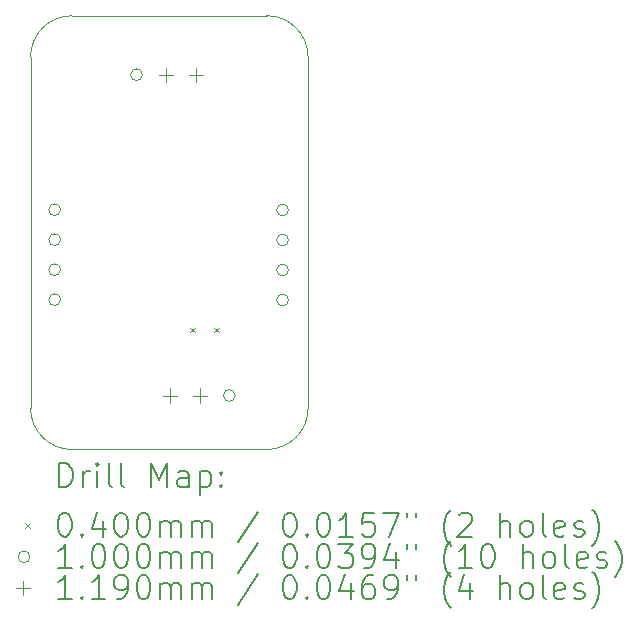
<source format=gbr>
%TF.GenerationSoftware,KiCad,Pcbnew,7.0.1*%
%TF.CreationDate,2025-03-09T11:47:40-05:00*%
%TF.ProjectId,Single Mosfet Board V2,53696e67-6c65-4204-9d6f-736665742042,rev?*%
%TF.SameCoordinates,Original*%
%TF.FileFunction,Drillmap*%
%TF.FilePolarity,Positive*%
%FSLAX45Y45*%
G04 Gerber Fmt 4.5, Leading zero omitted, Abs format (unit mm)*
G04 Created by KiCad (PCBNEW 7.0.1) date 2025-03-09 11:47:40*
%MOMM*%
%LPD*%
G01*
G04 APERTURE LIST*
%ADD10C,0.100000*%
%ADD11C,0.200000*%
%ADD12C,0.040000*%
%ADD13C,0.119000*%
G04 APERTURE END LIST*
D10*
X13100000Y-6127000D02*
G75*
G03*
X12750000Y-6477000I0J-350000D01*
G01*
X15100000Y-6477000D02*
G75*
G03*
X14750000Y-6127000I-350000J0D01*
G01*
X13100000Y-9800000D02*
X14750000Y-9800000D01*
X14750000Y-6127000D02*
X13100000Y-6127000D01*
X12750000Y-9450000D02*
G75*
G03*
X13100000Y-9800000I350000J0D01*
G01*
X14750000Y-9800000D02*
G75*
G03*
X15100000Y-9450000I0J350000D01*
G01*
X15100000Y-9450000D02*
X15100000Y-6477000D01*
X12750000Y-6477000D02*
X12750000Y-9450000D01*
D11*
D12*
X14102400Y-8768400D02*
X14142400Y-8808400D01*
X14142400Y-8768400D02*
X14102400Y-8808400D01*
X14305600Y-8768400D02*
X14345600Y-8808400D01*
X14345600Y-8768400D02*
X14305600Y-8808400D01*
D10*
X13004000Y-7770000D02*
G75*
G03*
X13004000Y-7770000I-50000J0D01*
G01*
X13004000Y-8024000D02*
G75*
G03*
X13004000Y-8024000I-50000J0D01*
G01*
X13004000Y-8278000D02*
G75*
G03*
X13004000Y-8278000I-50000J0D01*
G01*
X13004000Y-8532000D02*
G75*
G03*
X13004000Y-8532000I-50000J0D01*
G01*
X13697800Y-6627000D02*
G75*
G03*
X13697800Y-6627000I-50000J0D01*
G01*
X14483000Y-9343000D02*
G75*
G03*
X14483000Y-9343000I-50000J0D01*
G01*
X14934400Y-7771400D02*
G75*
G03*
X14934400Y-7771400I-50000J0D01*
G01*
X14934400Y-8025400D02*
G75*
G03*
X14934400Y-8025400I-50000J0D01*
G01*
X14934400Y-8279400D02*
G75*
G03*
X14934400Y-8279400I-50000J0D01*
G01*
X14934400Y-8533400D02*
G75*
G03*
X14934400Y-8533400I-50000J0D01*
G01*
D13*
X13893800Y-6567500D02*
X13893800Y-6686500D01*
X13834300Y-6627000D02*
X13953300Y-6627000D01*
X13933000Y-9283500D02*
X13933000Y-9402500D01*
X13873500Y-9343000D02*
X13992500Y-9343000D01*
X14147800Y-6567500D02*
X14147800Y-6686500D01*
X14088300Y-6627000D02*
X14207300Y-6627000D01*
X14187000Y-9283500D02*
X14187000Y-9402500D01*
X14127500Y-9343000D02*
X14246500Y-9343000D01*
D11*
X12992619Y-10117524D02*
X12992619Y-9917524D01*
X12992619Y-9917524D02*
X13040238Y-9917524D01*
X13040238Y-9917524D02*
X13068809Y-9927048D01*
X13068809Y-9927048D02*
X13087857Y-9946095D01*
X13087857Y-9946095D02*
X13097381Y-9965143D01*
X13097381Y-9965143D02*
X13106905Y-10003238D01*
X13106905Y-10003238D02*
X13106905Y-10031810D01*
X13106905Y-10031810D02*
X13097381Y-10069905D01*
X13097381Y-10069905D02*
X13087857Y-10088952D01*
X13087857Y-10088952D02*
X13068809Y-10108000D01*
X13068809Y-10108000D02*
X13040238Y-10117524D01*
X13040238Y-10117524D02*
X12992619Y-10117524D01*
X13192619Y-10117524D02*
X13192619Y-9984190D01*
X13192619Y-10022286D02*
X13202143Y-10003238D01*
X13202143Y-10003238D02*
X13211667Y-9993714D01*
X13211667Y-9993714D02*
X13230714Y-9984190D01*
X13230714Y-9984190D02*
X13249762Y-9984190D01*
X13316428Y-10117524D02*
X13316428Y-9984190D01*
X13316428Y-9917524D02*
X13306905Y-9927048D01*
X13306905Y-9927048D02*
X13316428Y-9936571D01*
X13316428Y-9936571D02*
X13325952Y-9927048D01*
X13325952Y-9927048D02*
X13316428Y-9917524D01*
X13316428Y-9917524D02*
X13316428Y-9936571D01*
X13440238Y-10117524D02*
X13421190Y-10108000D01*
X13421190Y-10108000D02*
X13411667Y-10088952D01*
X13411667Y-10088952D02*
X13411667Y-9917524D01*
X13545000Y-10117524D02*
X13525952Y-10108000D01*
X13525952Y-10108000D02*
X13516428Y-10088952D01*
X13516428Y-10088952D02*
X13516428Y-9917524D01*
X13773571Y-10117524D02*
X13773571Y-9917524D01*
X13773571Y-9917524D02*
X13840238Y-10060381D01*
X13840238Y-10060381D02*
X13906905Y-9917524D01*
X13906905Y-9917524D02*
X13906905Y-10117524D01*
X14087857Y-10117524D02*
X14087857Y-10012762D01*
X14087857Y-10012762D02*
X14078333Y-9993714D01*
X14078333Y-9993714D02*
X14059286Y-9984190D01*
X14059286Y-9984190D02*
X14021190Y-9984190D01*
X14021190Y-9984190D02*
X14002143Y-9993714D01*
X14087857Y-10108000D02*
X14068809Y-10117524D01*
X14068809Y-10117524D02*
X14021190Y-10117524D01*
X14021190Y-10117524D02*
X14002143Y-10108000D01*
X14002143Y-10108000D02*
X13992619Y-10088952D01*
X13992619Y-10088952D02*
X13992619Y-10069905D01*
X13992619Y-10069905D02*
X14002143Y-10050857D01*
X14002143Y-10050857D02*
X14021190Y-10041333D01*
X14021190Y-10041333D02*
X14068809Y-10041333D01*
X14068809Y-10041333D02*
X14087857Y-10031810D01*
X14183095Y-9984190D02*
X14183095Y-10184190D01*
X14183095Y-9993714D02*
X14202143Y-9984190D01*
X14202143Y-9984190D02*
X14240238Y-9984190D01*
X14240238Y-9984190D02*
X14259286Y-9993714D01*
X14259286Y-9993714D02*
X14268809Y-10003238D01*
X14268809Y-10003238D02*
X14278333Y-10022286D01*
X14278333Y-10022286D02*
X14278333Y-10079429D01*
X14278333Y-10079429D02*
X14268809Y-10098476D01*
X14268809Y-10098476D02*
X14259286Y-10108000D01*
X14259286Y-10108000D02*
X14240238Y-10117524D01*
X14240238Y-10117524D02*
X14202143Y-10117524D01*
X14202143Y-10117524D02*
X14183095Y-10108000D01*
X14364048Y-10098476D02*
X14373571Y-10108000D01*
X14373571Y-10108000D02*
X14364048Y-10117524D01*
X14364048Y-10117524D02*
X14354524Y-10108000D01*
X14354524Y-10108000D02*
X14364048Y-10098476D01*
X14364048Y-10098476D02*
X14364048Y-10117524D01*
X14364048Y-9993714D02*
X14373571Y-10003238D01*
X14373571Y-10003238D02*
X14364048Y-10012762D01*
X14364048Y-10012762D02*
X14354524Y-10003238D01*
X14354524Y-10003238D02*
X14364048Y-9993714D01*
X14364048Y-9993714D02*
X14364048Y-10012762D01*
D12*
X12705000Y-10425000D02*
X12745000Y-10465000D01*
X12745000Y-10425000D02*
X12705000Y-10465000D01*
D11*
X13030714Y-10337524D02*
X13049762Y-10337524D01*
X13049762Y-10337524D02*
X13068809Y-10347048D01*
X13068809Y-10347048D02*
X13078333Y-10356571D01*
X13078333Y-10356571D02*
X13087857Y-10375619D01*
X13087857Y-10375619D02*
X13097381Y-10413714D01*
X13097381Y-10413714D02*
X13097381Y-10461333D01*
X13097381Y-10461333D02*
X13087857Y-10499429D01*
X13087857Y-10499429D02*
X13078333Y-10518476D01*
X13078333Y-10518476D02*
X13068809Y-10528000D01*
X13068809Y-10528000D02*
X13049762Y-10537524D01*
X13049762Y-10537524D02*
X13030714Y-10537524D01*
X13030714Y-10537524D02*
X13011667Y-10528000D01*
X13011667Y-10528000D02*
X13002143Y-10518476D01*
X13002143Y-10518476D02*
X12992619Y-10499429D01*
X12992619Y-10499429D02*
X12983095Y-10461333D01*
X12983095Y-10461333D02*
X12983095Y-10413714D01*
X12983095Y-10413714D02*
X12992619Y-10375619D01*
X12992619Y-10375619D02*
X13002143Y-10356571D01*
X13002143Y-10356571D02*
X13011667Y-10347048D01*
X13011667Y-10347048D02*
X13030714Y-10337524D01*
X13183095Y-10518476D02*
X13192619Y-10528000D01*
X13192619Y-10528000D02*
X13183095Y-10537524D01*
X13183095Y-10537524D02*
X13173571Y-10528000D01*
X13173571Y-10528000D02*
X13183095Y-10518476D01*
X13183095Y-10518476D02*
X13183095Y-10537524D01*
X13364048Y-10404190D02*
X13364048Y-10537524D01*
X13316428Y-10328000D02*
X13268809Y-10470857D01*
X13268809Y-10470857D02*
X13392619Y-10470857D01*
X13506905Y-10337524D02*
X13525952Y-10337524D01*
X13525952Y-10337524D02*
X13545000Y-10347048D01*
X13545000Y-10347048D02*
X13554524Y-10356571D01*
X13554524Y-10356571D02*
X13564048Y-10375619D01*
X13564048Y-10375619D02*
X13573571Y-10413714D01*
X13573571Y-10413714D02*
X13573571Y-10461333D01*
X13573571Y-10461333D02*
X13564048Y-10499429D01*
X13564048Y-10499429D02*
X13554524Y-10518476D01*
X13554524Y-10518476D02*
X13545000Y-10528000D01*
X13545000Y-10528000D02*
X13525952Y-10537524D01*
X13525952Y-10537524D02*
X13506905Y-10537524D01*
X13506905Y-10537524D02*
X13487857Y-10528000D01*
X13487857Y-10528000D02*
X13478333Y-10518476D01*
X13478333Y-10518476D02*
X13468809Y-10499429D01*
X13468809Y-10499429D02*
X13459286Y-10461333D01*
X13459286Y-10461333D02*
X13459286Y-10413714D01*
X13459286Y-10413714D02*
X13468809Y-10375619D01*
X13468809Y-10375619D02*
X13478333Y-10356571D01*
X13478333Y-10356571D02*
X13487857Y-10347048D01*
X13487857Y-10347048D02*
X13506905Y-10337524D01*
X13697381Y-10337524D02*
X13716429Y-10337524D01*
X13716429Y-10337524D02*
X13735476Y-10347048D01*
X13735476Y-10347048D02*
X13745000Y-10356571D01*
X13745000Y-10356571D02*
X13754524Y-10375619D01*
X13754524Y-10375619D02*
X13764048Y-10413714D01*
X13764048Y-10413714D02*
X13764048Y-10461333D01*
X13764048Y-10461333D02*
X13754524Y-10499429D01*
X13754524Y-10499429D02*
X13745000Y-10518476D01*
X13745000Y-10518476D02*
X13735476Y-10528000D01*
X13735476Y-10528000D02*
X13716429Y-10537524D01*
X13716429Y-10537524D02*
X13697381Y-10537524D01*
X13697381Y-10537524D02*
X13678333Y-10528000D01*
X13678333Y-10528000D02*
X13668809Y-10518476D01*
X13668809Y-10518476D02*
X13659286Y-10499429D01*
X13659286Y-10499429D02*
X13649762Y-10461333D01*
X13649762Y-10461333D02*
X13649762Y-10413714D01*
X13649762Y-10413714D02*
X13659286Y-10375619D01*
X13659286Y-10375619D02*
X13668809Y-10356571D01*
X13668809Y-10356571D02*
X13678333Y-10347048D01*
X13678333Y-10347048D02*
X13697381Y-10337524D01*
X13849762Y-10537524D02*
X13849762Y-10404190D01*
X13849762Y-10423238D02*
X13859286Y-10413714D01*
X13859286Y-10413714D02*
X13878333Y-10404190D01*
X13878333Y-10404190D02*
X13906905Y-10404190D01*
X13906905Y-10404190D02*
X13925952Y-10413714D01*
X13925952Y-10413714D02*
X13935476Y-10432762D01*
X13935476Y-10432762D02*
X13935476Y-10537524D01*
X13935476Y-10432762D02*
X13945000Y-10413714D01*
X13945000Y-10413714D02*
X13964048Y-10404190D01*
X13964048Y-10404190D02*
X13992619Y-10404190D01*
X13992619Y-10404190D02*
X14011667Y-10413714D01*
X14011667Y-10413714D02*
X14021190Y-10432762D01*
X14021190Y-10432762D02*
X14021190Y-10537524D01*
X14116429Y-10537524D02*
X14116429Y-10404190D01*
X14116429Y-10423238D02*
X14125952Y-10413714D01*
X14125952Y-10413714D02*
X14145000Y-10404190D01*
X14145000Y-10404190D02*
X14173571Y-10404190D01*
X14173571Y-10404190D02*
X14192619Y-10413714D01*
X14192619Y-10413714D02*
X14202143Y-10432762D01*
X14202143Y-10432762D02*
X14202143Y-10537524D01*
X14202143Y-10432762D02*
X14211667Y-10413714D01*
X14211667Y-10413714D02*
X14230714Y-10404190D01*
X14230714Y-10404190D02*
X14259286Y-10404190D01*
X14259286Y-10404190D02*
X14278333Y-10413714D01*
X14278333Y-10413714D02*
X14287857Y-10432762D01*
X14287857Y-10432762D02*
X14287857Y-10537524D01*
X14678333Y-10328000D02*
X14506905Y-10585143D01*
X14935476Y-10337524D02*
X14954524Y-10337524D01*
X14954524Y-10337524D02*
X14973572Y-10347048D01*
X14973572Y-10347048D02*
X14983095Y-10356571D01*
X14983095Y-10356571D02*
X14992619Y-10375619D01*
X14992619Y-10375619D02*
X15002143Y-10413714D01*
X15002143Y-10413714D02*
X15002143Y-10461333D01*
X15002143Y-10461333D02*
X14992619Y-10499429D01*
X14992619Y-10499429D02*
X14983095Y-10518476D01*
X14983095Y-10518476D02*
X14973572Y-10528000D01*
X14973572Y-10528000D02*
X14954524Y-10537524D01*
X14954524Y-10537524D02*
X14935476Y-10537524D01*
X14935476Y-10537524D02*
X14916429Y-10528000D01*
X14916429Y-10528000D02*
X14906905Y-10518476D01*
X14906905Y-10518476D02*
X14897381Y-10499429D01*
X14897381Y-10499429D02*
X14887857Y-10461333D01*
X14887857Y-10461333D02*
X14887857Y-10413714D01*
X14887857Y-10413714D02*
X14897381Y-10375619D01*
X14897381Y-10375619D02*
X14906905Y-10356571D01*
X14906905Y-10356571D02*
X14916429Y-10347048D01*
X14916429Y-10347048D02*
X14935476Y-10337524D01*
X15087857Y-10518476D02*
X15097381Y-10528000D01*
X15097381Y-10528000D02*
X15087857Y-10537524D01*
X15087857Y-10537524D02*
X15078333Y-10528000D01*
X15078333Y-10528000D02*
X15087857Y-10518476D01*
X15087857Y-10518476D02*
X15087857Y-10537524D01*
X15221191Y-10337524D02*
X15240238Y-10337524D01*
X15240238Y-10337524D02*
X15259286Y-10347048D01*
X15259286Y-10347048D02*
X15268810Y-10356571D01*
X15268810Y-10356571D02*
X15278333Y-10375619D01*
X15278333Y-10375619D02*
X15287857Y-10413714D01*
X15287857Y-10413714D02*
X15287857Y-10461333D01*
X15287857Y-10461333D02*
X15278333Y-10499429D01*
X15278333Y-10499429D02*
X15268810Y-10518476D01*
X15268810Y-10518476D02*
X15259286Y-10528000D01*
X15259286Y-10528000D02*
X15240238Y-10537524D01*
X15240238Y-10537524D02*
X15221191Y-10537524D01*
X15221191Y-10537524D02*
X15202143Y-10528000D01*
X15202143Y-10528000D02*
X15192619Y-10518476D01*
X15192619Y-10518476D02*
X15183095Y-10499429D01*
X15183095Y-10499429D02*
X15173572Y-10461333D01*
X15173572Y-10461333D02*
X15173572Y-10413714D01*
X15173572Y-10413714D02*
X15183095Y-10375619D01*
X15183095Y-10375619D02*
X15192619Y-10356571D01*
X15192619Y-10356571D02*
X15202143Y-10347048D01*
X15202143Y-10347048D02*
X15221191Y-10337524D01*
X15478333Y-10537524D02*
X15364048Y-10537524D01*
X15421191Y-10537524D02*
X15421191Y-10337524D01*
X15421191Y-10337524D02*
X15402143Y-10366095D01*
X15402143Y-10366095D02*
X15383095Y-10385143D01*
X15383095Y-10385143D02*
X15364048Y-10394667D01*
X15659286Y-10337524D02*
X15564048Y-10337524D01*
X15564048Y-10337524D02*
X15554524Y-10432762D01*
X15554524Y-10432762D02*
X15564048Y-10423238D01*
X15564048Y-10423238D02*
X15583095Y-10413714D01*
X15583095Y-10413714D02*
X15630714Y-10413714D01*
X15630714Y-10413714D02*
X15649762Y-10423238D01*
X15649762Y-10423238D02*
X15659286Y-10432762D01*
X15659286Y-10432762D02*
X15668810Y-10451810D01*
X15668810Y-10451810D02*
X15668810Y-10499429D01*
X15668810Y-10499429D02*
X15659286Y-10518476D01*
X15659286Y-10518476D02*
X15649762Y-10528000D01*
X15649762Y-10528000D02*
X15630714Y-10537524D01*
X15630714Y-10537524D02*
X15583095Y-10537524D01*
X15583095Y-10537524D02*
X15564048Y-10528000D01*
X15564048Y-10528000D02*
X15554524Y-10518476D01*
X15735476Y-10337524D02*
X15868810Y-10337524D01*
X15868810Y-10337524D02*
X15783095Y-10537524D01*
X15935476Y-10337524D02*
X15935476Y-10375619D01*
X16011667Y-10337524D02*
X16011667Y-10375619D01*
X16306905Y-10613714D02*
X16297381Y-10604190D01*
X16297381Y-10604190D02*
X16278334Y-10575619D01*
X16278334Y-10575619D02*
X16268810Y-10556571D01*
X16268810Y-10556571D02*
X16259286Y-10528000D01*
X16259286Y-10528000D02*
X16249762Y-10480381D01*
X16249762Y-10480381D02*
X16249762Y-10442286D01*
X16249762Y-10442286D02*
X16259286Y-10394667D01*
X16259286Y-10394667D02*
X16268810Y-10366095D01*
X16268810Y-10366095D02*
X16278334Y-10347048D01*
X16278334Y-10347048D02*
X16297381Y-10318476D01*
X16297381Y-10318476D02*
X16306905Y-10308952D01*
X16373572Y-10356571D02*
X16383095Y-10347048D01*
X16383095Y-10347048D02*
X16402143Y-10337524D01*
X16402143Y-10337524D02*
X16449762Y-10337524D01*
X16449762Y-10337524D02*
X16468810Y-10347048D01*
X16468810Y-10347048D02*
X16478334Y-10356571D01*
X16478334Y-10356571D02*
X16487857Y-10375619D01*
X16487857Y-10375619D02*
X16487857Y-10394667D01*
X16487857Y-10394667D02*
X16478334Y-10423238D01*
X16478334Y-10423238D02*
X16364048Y-10537524D01*
X16364048Y-10537524D02*
X16487857Y-10537524D01*
X16725953Y-10537524D02*
X16725953Y-10337524D01*
X16811667Y-10537524D02*
X16811667Y-10432762D01*
X16811667Y-10432762D02*
X16802143Y-10413714D01*
X16802143Y-10413714D02*
X16783096Y-10404190D01*
X16783096Y-10404190D02*
X16754524Y-10404190D01*
X16754524Y-10404190D02*
X16735476Y-10413714D01*
X16735476Y-10413714D02*
X16725953Y-10423238D01*
X16935477Y-10537524D02*
X16916429Y-10528000D01*
X16916429Y-10528000D02*
X16906905Y-10518476D01*
X16906905Y-10518476D02*
X16897381Y-10499429D01*
X16897381Y-10499429D02*
X16897381Y-10442286D01*
X16897381Y-10442286D02*
X16906905Y-10423238D01*
X16906905Y-10423238D02*
X16916429Y-10413714D01*
X16916429Y-10413714D02*
X16935477Y-10404190D01*
X16935477Y-10404190D02*
X16964048Y-10404190D01*
X16964048Y-10404190D02*
X16983096Y-10413714D01*
X16983096Y-10413714D02*
X16992619Y-10423238D01*
X16992619Y-10423238D02*
X17002143Y-10442286D01*
X17002143Y-10442286D02*
X17002143Y-10499429D01*
X17002143Y-10499429D02*
X16992619Y-10518476D01*
X16992619Y-10518476D02*
X16983096Y-10528000D01*
X16983096Y-10528000D02*
X16964048Y-10537524D01*
X16964048Y-10537524D02*
X16935477Y-10537524D01*
X17116429Y-10537524D02*
X17097381Y-10528000D01*
X17097381Y-10528000D02*
X17087858Y-10508952D01*
X17087858Y-10508952D02*
X17087858Y-10337524D01*
X17268810Y-10528000D02*
X17249762Y-10537524D01*
X17249762Y-10537524D02*
X17211667Y-10537524D01*
X17211667Y-10537524D02*
X17192619Y-10528000D01*
X17192619Y-10528000D02*
X17183096Y-10508952D01*
X17183096Y-10508952D02*
X17183096Y-10432762D01*
X17183096Y-10432762D02*
X17192619Y-10413714D01*
X17192619Y-10413714D02*
X17211667Y-10404190D01*
X17211667Y-10404190D02*
X17249762Y-10404190D01*
X17249762Y-10404190D02*
X17268810Y-10413714D01*
X17268810Y-10413714D02*
X17278334Y-10432762D01*
X17278334Y-10432762D02*
X17278334Y-10451810D01*
X17278334Y-10451810D02*
X17183096Y-10470857D01*
X17354524Y-10528000D02*
X17373572Y-10537524D01*
X17373572Y-10537524D02*
X17411667Y-10537524D01*
X17411667Y-10537524D02*
X17430715Y-10528000D01*
X17430715Y-10528000D02*
X17440239Y-10508952D01*
X17440239Y-10508952D02*
X17440239Y-10499429D01*
X17440239Y-10499429D02*
X17430715Y-10480381D01*
X17430715Y-10480381D02*
X17411667Y-10470857D01*
X17411667Y-10470857D02*
X17383096Y-10470857D01*
X17383096Y-10470857D02*
X17364048Y-10461333D01*
X17364048Y-10461333D02*
X17354524Y-10442286D01*
X17354524Y-10442286D02*
X17354524Y-10432762D01*
X17354524Y-10432762D02*
X17364048Y-10413714D01*
X17364048Y-10413714D02*
X17383096Y-10404190D01*
X17383096Y-10404190D02*
X17411667Y-10404190D01*
X17411667Y-10404190D02*
X17430715Y-10413714D01*
X17506905Y-10613714D02*
X17516429Y-10604190D01*
X17516429Y-10604190D02*
X17535477Y-10575619D01*
X17535477Y-10575619D02*
X17545000Y-10556571D01*
X17545000Y-10556571D02*
X17554524Y-10528000D01*
X17554524Y-10528000D02*
X17564048Y-10480381D01*
X17564048Y-10480381D02*
X17564048Y-10442286D01*
X17564048Y-10442286D02*
X17554524Y-10394667D01*
X17554524Y-10394667D02*
X17545000Y-10366095D01*
X17545000Y-10366095D02*
X17535477Y-10347048D01*
X17535477Y-10347048D02*
X17516429Y-10318476D01*
X17516429Y-10318476D02*
X17506905Y-10308952D01*
D10*
X12745000Y-10709000D02*
G75*
G03*
X12745000Y-10709000I-50000J0D01*
G01*
D11*
X13097381Y-10801524D02*
X12983095Y-10801524D01*
X13040238Y-10801524D02*
X13040238Y-10601524D01*
X13040238Y-10601524D02*
X13021190Y-10630095D01*
X13021190Y-10630095D02*
X13002143Y-10649143D01*
X13002143Y-10649143D02*
X12983095Y-10658667D01*
X13183095Y-10782476D02*
X13192619Y-10792000D01*
X13192619Y-10792000D02*
X13183095Y-10801524D01*
X13183095Y-10801524D02*
X13173571Y-10792000D01*
X13173571Y-10792000D02*
X13183095Y-10782476D01*
X13183095Y-10782476D02*
X13183095Y-10801524D01*
X13316428Y-10601524D02*
X13335476Y-10601524D01*
X13335476Y-10601524D02*
X13354524Y-10611048D01*
X13354524Y-10611048D02*
X13364048Y-10620571D01*
X13364048Y-10620571D02*
X13373571Y-10639619D01*
X13373571Y-10639619D02*
X13383095Y-10677714D01*
X13383095Y-10677714D02*
X13383095Y-10725333D01*
X13383095Y-10725333D02*
X13373571Y-10763429D01*
X13373571Y-10763429D02*
X13364048Y-10782476D01*
X13364048Y-10782476D02*
X13354524Y-10792000D01*
X13354524Y-10792000D02*
X13335476Y-10801524D01*
X13335476Y-10801524D02*
X13316428Y-10801524D01*
X13316428Y-10801524D02*
X13297381Y-10792000D01*
X13297381Y-10792000D02*
X13287857Y-10782476D01*
X13287857Y-10782476D02*
X13278333Y-10763429D01*
X13278333Y-10763429D02*
X13268809Y-10725333D01*
X13268809Y-10725333D02*
X13268809Y-10677714D01*
X13268809Y-10677714D02*
X13278333Y-10639619D01*
X13278333Y-10639619D02*
X13287857Y-10620571D01*
X13287857Y-10620571D02*
X13297381Y-10611048D01*
X13297381Y-10611048D02*
X13316428Y-10601524D01*
X13506905Y-10601524D02*
X13525952Y-10601524D01*
X13525952Y-10601524D02*
X13545000Y-10611048D01*
X13545000Y-10611048D02*
X13554524Y-10620571D01*
X13554524Y-10620571D02*
X13564048Y-10639619D01*
X13564048Y-10639619D02*
X13573571Y-10677714D01*
X13573571Y-10677714D02*
X13573571Y-10725333D01*
X13573571Y-10725333D02*
X13564048Y-10763429D01*
X13564048Y-10763429D02*
X13554524Y-10782476D01*
X13554524Y-10782476D02*
X13545000Y-10792000D01*
X13545000Y-10792000D02*
X13525952Y-10801524D01*
X13525952Y-10801524D02*
X13506905Y-10801524D01*
X13506905Y-10801524D02*
X13487857Y-10792000D01*
X13487857Y-10792000D02*
X13478333Y-10782476D01*
X13478333Y-10782476D02*
X13468809Y-10763429D01*
X13468809Y-10763429D02*
X13459286Y-10725333D01*
X13459286Y-10725333D02*
X13459286Y-10677714D01*
X13459286Y-10677714D02*
X13468809Y-10639619D01*
X13468809Y-10639619D02*
X13478333Y-10620571D01*
X13478333Y-10620571D02*
X13487857Y-10611048D01*
X13487857Y-10611048D02*
X13506905Y-10601524D01*
X13697381Y-10601524D02*
X13716429Y-10601524D01*
X13716429Y-10601524D02*
X13735476Y-10611048D01*
X13735476Y-10611048D02*
X13745000Y-10620571D01*
X13745000Y-10620571D02*
X13754524Y-10639619D01*
X13754524Y-10639619D02*
X13764048Y-10677714D01*
X13764048Y-10677714D02*
X13764048Y-10725333D01*
X13764048Y-10725333D02*
X13754524Y-10763429D01*
X13754524Y-10763429D02*
X13745000Y-10782476D01*
X13745000Y-10782476D02*
X13735476Y-10792000D01*
X13735476Y-10792000D02*
X13716429Y-10801524D01*
X13716429Y-10801524D02*
X13697381Y-10801524D01*
X13697381Y-10801524D02*
X13678333Y-10792000D01*
X13678333Y-10792000D02*
X13668809Y-10782476D01*
X13668809Y-10782476D02*
X13659286Y-10763429D01*
X13659286Y-10763429D02*
X13649762Y-10725333D01*
X13649762Y-10725333D02*
X13649762Y-10677714D01*
X13649762Y-10677714D02*
X13659286Y-10639619D01*
X13659286Y-10639619D02*
X13668809Y-10620571D01*
X13668809Y-10620571D02*
X13678333Y-10611048D01*
X13678333Y-10611048D02*
X13697381Y-10601524D01*
X13849762Y-10801524D02*
X13849762Y-10668190D01*
X13849762Y-10687238D02*
X13859286Y-10677714D01*
X13859286Y-10677714D02*
X13878333Y-10668190D01*
X13878333Y-10668190D02*
X13906905Y-10668190D01*
X13906905Y-10668190D02*
X13925952Y-10677714D01*
X13925952Y-10677714D02*
X13935476Y-10696762D01*
X13935476Y-10696762D02*
X13935476Y-10801524D01*
X13935476Y-10696762D02*
X13945000Y-10677714D01*
X13945000Y-10677714D02*
X13964048Y-10668190D01*
X13964048Y-10668190D02*
X13992619Y-10668190D01*
X13992619Y-10668190D02*
X14011667Y-10677714D01*
X14011667Y-10677714D02*
X14021190Y-10696762D01*
X14021190Y-10696762D02*
X14021190Y-10801524D01*
X14116429Y-10801524D02*
X14116429Y-10668190D01*
X14116429Y-10687238D02*
X14125952Y-10677714D01*
X14125952Y-10677714D02*
X14145000Y-10668190D01*
X14145000Y-10668190D02*
X14173571Y-10668190D01*
X14173571Y-10668190D02*
X14192619Y-10677714D01*
X14192619Y-10677714D02*
X14202143Y-10696762D01*
X14202143Y-10696762D02*
X14202143Y-10801524D01*
X14202143Y-10696762D02*
X14211667Y-10677714D01*
X14211667Y-10677714D02*
X14230714Y-10668190D01*
X14230714Y-10668190D02*
X14259286Y-10668190D01*
X14259286Y-10668190D02*
X14278333Y-10677714D01*
X14278333Y-10677714D02*
X14287857Y-10696762D01*
X14287857Y-10696762D02*
X14287857Y-10801524D01*
X14678333Y-10592000D02*
X14506905Y-10849143D01*
X14935476Y-10601524D02*
X14954524Y-10601524D01*
X14954524Y-10601524D02*
X14973572Y-10611048D01*
X14973572Y-10611048D02*
X14983095Y-10620571D01*
X14983095Y-10620571D02*
X14992619Y-10639619D01*
X14992619Y-10639619D02*
X15002143Y-10677714D01*
X15002143Y-10677714D02*
X15002143Y-10725333D01*
X15002143Y-10725333D02*
X14992619Y-10763429D01*
X14992619Y-10763429D02*
X14983095Y-10782476D01*
X14983095Y-10782476D02*
X14973572Y-10792000D01*
X14973572Y-10792000D02*
X14954524Y-10801524D01*
X14954524Y-10801524D02*
X14935476Y-10801524D01*
X14935476Y-10801524D02*
X14916429Y-10792000D01*
X14916429Y-10792000D02*
X14906905Y-10782476D01*
X14906905Y-10782476D02*
X14897381Y-10763429D01*
X14897381Y-10763429D02*
X14887857Y-10725333D01*
X14887857Y-10725333D02*
X14887857Y-10677714D01*
X14887857Y-10677714D02*
X14897381Y-10639619D01*
X14897381Y-10639619D02*
X14906905Y-10620571D01*
X14906905Y-10620571D02*
X14916429Y-10611048D01*
X14916429Y-10611048D02*
X14935476Y-10601524D01*
X15087857Y-10782476D02*
X15097381Y-10792000D01*
X15097381Y-10792000D02*
X15087857Y-10801524D01*
X15087857Y-10801524D02*
X15078333Y-10792000D01*
X15078333Y-10792000D02*
X15087857Y-10782476D01*
X15087857Y-10782476D02*
X15087857Y-10801524D01*
X15221191Y-10601524D02*
X15240238Y-10601524D01*
X15240238Y-10601524D02*
X15259286Y-10611048D01*
X15259286Y-10611048D02*
X15268810Y-10620571D01*
X15268810Y-10620571D02*
X15278333Y-10639619D01*
X15278333Y-10639619D02*
X15287857Y-10677714D01*
X15287857Y-10677714D02*
X15287857Y-10725333D01*
X15287857Y-10725333D02*
X15278333Y-10763429D01*
X15278333Y-10763429D02*
X15268810Y-10782476D01*
X15268810Y-10782476D02*
X15259286Y-10792000D01*
X15259286Y-10792000D02*
X15240238Y-10801524D01*
X15240238Y-10801524D02*
X15221191Y-10801524D01*
X15221191Y-10801524D02*
X15202143Y-10792000D01*
X15202143Y-10792000D02*
X15192619Y-10782476D01*
X15192619Y-10782476D02*
X15183095Y-10763429D01*
X15183095Y-10763429D02*
X15173572Y-10725333D01*
X15173572Y-10725333D02*
X15173572Y-10677714D01*
X15173572Y-10677714D02*
X15183095Y-10639619D01*
X15183095Y-10639619D02*
X15192619Y-10620571D01*
X15192619Y-10620571D02*
X15202143Y-10611048D01*
X15202143Y-10611048D02*
X15221191Y-10601524D01*
X15354524Y-10601524D02*
X15478333Y-10601524D01*
X15478333Y-10601524D02*
X15411667Y-10677714D01*
X15411667Y-10677714D02*
X15440238Y-10677714D01*
X15440238Y-10677714D02*
X15459286Y-10687238D01*
X15459286Y-10687238D02*
X15468810Y-10696762D01*
X15468810Y-10696762D02*
X15478333Y-10715810D01*
X15478333Y-10715810D02*
X15478333Y-10763429D01*
X15478333Y-10763429D02*
X15468810Y-10782476D01*
X15468810Y-10782476D02*
X15459286Y-10792000D01*
X15459286Y-10792000D02*
X15440238Y-10801524D01*
X15440238Y-10801524D02*
X15383095Y-10801524D01*
X15383095Y-10801524D02*
X15364048Y-10792000D01*
X15364048Y-10792000D02*
X15354524Y-10782476D01*
X15573572Y-10801524D02*
X15611667Y-10801524D01*
X15611667Y-10801524D02*
X15630714Y-10792000D01*
X15630714Y-10792000D02*
X15640238Y-10782476D01*
X15640238Y-10782476D02*
X15659286Y-10753905D01*
X15659286Y-10753905D02*
X15668810Y-10715810D01*
X15668810Y-10715810D02*
X15668810Y-10639619D01*
X15668810Y-10639619D02*
X15659286Y-10620571D01*
X15659286Y-10620571D02*
X15649762Y-10611048D01*
X15649762Y-10611048D02*
X15630714Y-10601524D01*
X15630714Y-10601524D02*
X15592619Y-10601524D01*
X15592619Y-10601524D02*
X15573572Y-10611048D01*
X15573572Y-10611048D02*
X15564048Y-10620571D01*
X15564048Y-10620571D02*
X15554524Y-10639619D01*
X15554524Y-10639619D02*
X15554524Y-10687238D01*
X15554524Y-10687238D02*
X15564048Y-10706286D01*
X15564048Y-10706286D02*
X15573572Y-10715810D01*
X15573572Y-10715810D02*
X15592619Y-10725333D01*
X15592619Y-10725333D02*
X15630714Y-10725333D01*
X15630714Y-10725333D02*
X15649762Y-10715810D01*
X15649762Y-10715810D02*
X15659286Y-10706286D01*
X15659286Y-10706286D02*
X15668810Y-10687238D01*
X15840238Y-10668190D02*
X15840238Y-10801524D01*
X15792619Y-10592000D02*
X15745000Y-10734857D01*
X15745000Y-10734857D02*
X15868810Y-10734857D01*
X15935476Y-10601524D02*
X15935476Y-10639619D01*
X16011667Y-10601524D02*
X16011667Y-10639619D01*
X16306905Y-10877714D02*
X16297381Y-10868190D01*
X16297381Y-10868190D02*
X16278334Y-10839619D01*
X16278334Y-10839619D02*
X16268810Y-10820571D01*
X16268810Y-10820571D02*
X16259286Y-10792000D01*
X16259286Y-10792000D02*
X16249762Y-10744381D01*
X16249762Y-10744381D02*
X16249762Y-10706286D01*
X16249762Y-10706286D02*
X16259286Y-10658667D01*
X16259286Y-10658667D02*
X16268810Y-10630095D01*
X16268810Y-10630095D02*
X16278334Y-10611048D01*
X16278334Y-10611048D02*
X16297381Y-10582476D01*
X16297381Y-10582476D02*
X16306905Y-10572952D01*
X16487857Y-10801524D02*
X16373572Y-10801524D01*
X16430714Y-10801524D02*
X16430714Y-10601524D01*
X16430714Y-10601524D02*
X16411667Y-10630095D01*
X16411667Y-10630095D02*
X16392619Y-10649143D01*
X16392619Y-10649143D02*
X16373572Y-10658667D01*
X16611667Y-10601524D02*
X16630715Y-10601524D01*
X16630715Y-10601524D02*
X16649762Y-10611048D01*
X16649762Y-10611048D02*
X16659286Y-10620571D01*
X16659286Y-10620571D02*
X16668810Y-10639619D01*
X16668810Y-10639619D02*
X16678334Y-10677714D01*
X16678334Y-10677714D02*
X16678334Y-10725333D01*
X16678334Y-10725333D02*
X16668810Y-10763429D01*
X16668810Y-10763429D02*
X16659286Y-10782476D01*
X16659286Y-10782476D02*
X16649762Y-10792000D01*
X16649762Y-10792000D02*
X16630715Y-10801524D01*
X16630715Y-10801524D02*
X16611667Y-10801524D01*
X16611667Y-10801524D02*
X16592619Y-10792000D01*
X16592619Y-10792000D02*
X16583095Y-10782476D01*
X16583095Y-10782476D02*
X16573572Y-10763429D01*
X16573572Y-10763429D02*
X16564048Y-10725333D01*
X16564048Y-10725333D02*
X16564048Y-10677714D01*
X16564048Y-10677714D02*
X16573572Y-10639619D01*
X16573572Y-10639619D02*
X16583095Y-10620571D01*
X16583095Y-10620571D02*
X16592619Y-10611048D01*
X16592619Y-10611048D02*
X16611667Y-10601524D01*
X16916429Y-10801524D02*
X16916429Y-10601524D01*
X17002143Y-10801524D02*
X17002143Y-10696762D01*
X17002143Y-10696762D02*
X16992619Y-10677714D01*
X16992619Y-10677714D02*
X16973572Y-10668190D01*
X16973572Y-10668190D02*
X16945000Y-10668190D01*
X16945000Y-10668190D02*
X16925953Y-10677714D01*
X16925953Y-10677714D02*
X16916429Y-10687238D01*
X17125953Y-10801524D02*
X17106905Y-10792000D01*
X17106905Y-10792000D02*
X17097381Y-10782476D01*
X17097381Y-10782476D02*
X17087858Y-10763429D01*
X17087858Y-10763429D02*
X17087858Y-10706286D01*
X17087858Y-10706286D02*
X17097381Y-10687238D01*
X17097381Y-10687238D02*
X17106905Y-10677714D01*
X17106905Y-10677714D02*
X17125953Y-10668190D01*
X17125953Y-10668190D02*
X17154524Y-10668190D01*
X17154524Y-10668190D02*
X17173572Y-10677714D01*
X17173572Y-10677714D02*
X17183096Y-10687238D01*
X17183096Y-10687238D02*
X17192619Y-10706286D01*
X17192619Y-10706286D02*
X17192619Y-10763429D01*
X17192619Y-10763429D02*
X17183096Y-10782476D01*
X17183096Y-10782476D02*
X17173572Y-10792000D01*
X17173572Y-10792000D02*
X17154524Y-10801524D01*
X17154524Y-10801524D02*
X17125953Y-10801524D01*
X17306905Y-10801524D02*
X17287858Y-10792000D01*
X17287858Y-10792000D02*
X17278334Y-10772952D01*
X17278334Y-10772952D02*
X17278334Y-10601524D01*
X17459286Y-10792000D02*
X17440239Y-10801524D01*
X17440239Y-10801524D02*
X17402143Y-10801524D01*
X17402143Y-10801524D02*
X17383096Y-10792000D01*
X17383096Y-10792000D02*
X17373572Y-10772952D01*
X17373572Y-10772952D02*
X17373572Y-10696762D01*
X17373572Y-10696762D02*
X17383096Y-10677714D01*
X17383096Y-10677714D02*
X17402143Y-10668190D01*
X17402143Y-10668190D02*
X17440239Y-10668190D01*
X17440239Y-10668190D02*
X17459286Y-10677714D01*
X17459286Y-10677714D02*
X17468810Y-10696762D01*
X17468810Y-10696762D02*
X17468810Y-10715810D01*
X17468810Y-10715810D02*
X17373572Y-10734857D01*
X17545000Y-10792000D02*
X17564048Y-10801524D01*
X17564048Y-10801524D02*
X17602143Y-10801524D01*
X17602143Y-10801524D02*
X17621191Y-10792000D01*
X17621191Y-10792000D02*
X17630715Y-10772952D01*
X17630715Y-10772952D02*
X17630715Y-10763429D01*
X17630715Y-10763429D02*
X17621191Y-10744381D01*
X17621191Y-10744381D02*
X17602143Y-10734857D01*
X17602143Y-10734857D02*
X17573572Y-10734857D01*
X17573572Y-10734857D02*
X17554524Y-10725333D01*
X17554524Y-10725333D02*
X17545000Y-10706286D01*
X17545000Y-10706286D02*
X17545000Y-10696762D01*
X17545000Y-10696762D02*
X17554524Y-10677714D01*
X17554524Y-10677714D02*
X17573572Y-10668190D01*
X17573572Y-10668190D02*
X17602143Y-10668190D01*
X17602143Y-10668190D02*
X17621191Y-10677714D01*
X17697381Y-10877714D02*
X17706905Y-10868190D01*
X17706905Y-10868190D02*
X17725953Y-10839619D01*
X17725953Y-10839619D02*
X17735477Y-10820571D01*
X17735477Y-10820571D02*
X17745000Y-10792000D01*
X17745000Y-10792000D02*
X17754524Y-10744381D01*
X17754524Y-10744381D02*
X17754524Y-10706286D01*
X17754524Y-10706286D02*
X17745000Y-10658667D01*
X17745000Y-10658667D02*
X17735477Y-10630095D01*
X17735477Y-10630095D02*
X17725953Y-10611048D01*
X17725953Y-10611048D02*
X17706905Y-10582476D01*
X17706905Y-10582476D02*
X17697381Y-10572952D01*
D13*
X12685500Y-10913500D02*
X12685500Y-11032500D01*
X12626000Y-10973000D02*
X12745000Y-10973000D01*
D11*
X13097381Y-11065524D02*
X12983095Y-11065524D01*
X13040238Y-11065524D02*
X13040238Y-10865524D01*
X13040238Y-10865524D02*
X13021190Y-10894095D01*
X13021190Y-10894095D02*
X13002143Y-10913143D01*
X13002143Y-10913143D02*
X12983095Y-10922667D01*
X13183095Y-11046476D02*
X13192619Y-11056000D01*
X13192619Y-11056000D02*
X13183095Y-11065524D01*
X13183095Y-11065524D02*
X13173571Y-11056000D01*
X13173571Y-11056000D02*
X13183095Y-11046476D01*
X13183095Y-11046476D02*
X13183095Y-11065524D01*
X13383095Y-11065524D02*
X13268809Y-11065524D01*
X13325952Y-11065524D02*
X13325952Y-10865524D01*
X13325952Y-10865524D02*
X13306905Y-10894095D01*
X13306905Y-10894095D02*
X13287857Y-10913143D01*
X13287857Y-10913143D02*
X13268809Y-10922667D01*
X13478333Y-11065524D02*
X13516428Y-11065524D01*
X13516428Y-11065524D02*
X13535476Y-11056000D01*
X13535476Y-11056000D02*
X13545000Y-11046476D01*
X13545000Y-11046476D02*
X13564048Y-11017905D01*
X13564048Y-11017905D02*
X13573571Y-10979810D01*
X13573571Y-10979810D02*
X13573571Y-10903619D01*
X13573571Y-10903619D02*
X13564048Y-10884571D01*
X13564048Y-10884571D02*
X13554524Y-10875048D01*
X13554524Y-10875048D02*
X13535476Y-10865524D01*
X13535476Y-10865524D02*
X13497381Y-10865524D01*
X13497381Y-10865524D02*
X13478333Y-10875048D01*
X13478333Y-10875048D02*
X13468809Y-10884571D01*
X13468809Y-10884571D02*
X13459286Y-10903619D01*
X13459286Y-10903619D02*
X13459286Y-10951238D01*
X13459286Y-10951238D02*
X13468809Y-10970286D01*
X13468809Y-10970286D02*
X13478333Y-10979810D01*
X13478333Y-10979810D02*
X13497381Y-10989333D01*
X13497381Y-10989333D02*
X13535476Y-10989333D01*
X13535476Y-10989333D02*
X13554524Y-10979810D01*
X13554524Y-10979810D02*
X13564048Y-10970286D01*
X13564048Y-10970286D02*
X13573571Y-10951238D01*
X13697381Y-10865524D02*
X13716429Y-10865524D01*
X13716429Y-10865524D02*
X13735476Y-10875048D01*
X13735476Y-10875048D02*
X13745000Y-10884571D01*
X13745000Y-10884571D02*
X13754524Y-10903619D01*
X13754524Y-10903619D02*
X13764048Y-10941714D01*
X13764048Y-10941714D02*
X13764048Y-10989333D01*
X13764048Y-10989333D02*
X13754524Y-11027429D01*
X13754524Y-11027429D02*
X13745000Y-11046476D01*
X13745000Y-11046476D02*
X13735476Y-11056000D01*
X13735476Y-11056000D02*
X13716429Y-11065524D01*
X13716429Y-11065524D02*
X13697381Y-11065524D01*
X13697381Y-11065524D02*
X13678333Y-11056000D01*
X13678333Y-11056000D02*
X13668809Y-11046476D01*
X13668809Y-11046476D02*
X13659286Y-11027429D01*
X13659286Y-11027429D02*
X13649762Y-10989333D01*
X13649762Y-10989333D02*
X13649762Y-10941714D01*
X13649762Y-10941714D02*
X13659286Y-10903619D01*
X13659286Y-10903619D02*
X13668809Y-10884571D01*
X13668809Y-10884571D02*
X13678333Y-10875048D01*
X13678333Y-10875048D02*
X13697381Y-10865524D01*
X13849762Y-11065524D02*
X13849762Y-10932190D01*
X13849762Y-10951238D02*
X13859286Y-10941714D01*
X13859286Y-10941714D02*
X13878333Y-10932190D01*
X13878333Y-10932190D02*
X13906905Y-10932190D01*
X13906905Y-10932190D02*
X13925952Y-10941714D01*
X13925952Y-10941714D02*
X13935476Y-10960762D01*
X13935476Y-10960762D02*
X13935476Y-11065524D01*
X13935476Y-10960762D02*
X13945000Y-10941714D01*
X13945000Y-10941714D02*
X13964048Y-10932190D01*
X13964048Y-10932190D02*
X13992619Y-10932190D01*
X13992619Y-10932190D02*
X14011667Y-10941714D01*
X14011667Y-10941714D02*
X14021190Y-10960762D01*
X14021190Y-10960762D02*
X14021190Y-11065524D01*
X14116429Y-11065524D02*
X14116429Y-10932190D01*
X14116429Y-10951238D02*
X14125952Y-10941714D01*
X14125952Y-10941714D02*
X14145000Y-10932190D01*
X14145000Y-10932190D02*
X14173571Y-10932190D01*
X14173571Y-10932190D02*
X14192619Y-10941714D01*
X14192619Y-10941714D02*
X14202143Y-10960762D01*
X14202143Y-10960762D02*
X14202143Y-11065524D01*
X14202143Y-10960762D02*
X14211667Y-10941714D01*
X14211667Y-10941714D02*
X14230714Y-10932190D01*
X14230714Y-10932190D02*
X14259286Y-10932190D01*
X14259286Y-10932190D02*
X14278333Y-10941714D01*
X14278333Y-10941714D02*
X14287857Y-10960762D01*
X14287857Y-10960762D02*
X14287857Y-11065524D01*
X14678333Y-10856000D02*
X14506905Y-11113143D01*
X14935476Y-10865524D02*
X14954524Y-10865524D01*
X14954524Y-10865524D02*
X14973572Y-10875048D01*
X14973572Y-10875048D02*
X14983095Y-10884571D01*
X14983095Y-10884571D02*
X14992619Y-10903619D01*
X14992619Y-10903619D02*
X15002143Y-10941714D01*
X15002143Y-10941714D02*
X15002143Y-10989333D01*
X15002143Y-10989333D02*
X14992619Y-11027429D01*
X14992619Y-11027429D02*
X14983095Y-11046476D01*
X14983095Y-11046476D02*
X14973572Y-11056000D01*
X14973572Y-11056000D02*
X14954524Y-11065524D01*
X14954524Y-11065524D02*
X14935476Y-11065524D01*
X14935476Y-11065524D02*
X14916429Y-11056000D01*
X14916429Y-11056000D02*
X14906905Y-11046476D01*
X14906905Y-11046476D02*
X14897381Y-11027429D01*
X14897381Y-11027429D02*
X14887857Y-10989333D01*
X14887857Y-10989333D02*
X14887857Y-10941714D01*
X14887857Y-10941714D02*
X14897381Y-10903619D01*
X14897381Y-10903619D02*
X14906905Y-10884571D01*
X14906905Y-10884571D02*
X14916429Y-10875048D01*
X14916429Y-10875048D02*
X14935476Y-10865524D01*
X15087857Y-11046476D02*
X15097381Y-11056000D01*
X15097381Y-11056000D02*
X15087857Y-11065524D01*
X15087857Y-11065524D02*
X15078333Y-11056000D01*
X15078333Y-11056000D02*
X15087857Y-11046476D01*
X15087857Y-11046476D02*
X15087857Y-11065524D01*
X15221191Y-10865524D02*
X15240238Y-10865524D01*
X15240238Y-10865524D02*
X15259286Y-10875048D01*
X15259286Y-10875048D02*
X15268810Y-10884571D01*
X15268810Y-10884571D02*
X15278333Y-10903619D01*
X15278333Y-10903619D02*
X15287857Y-10941714D01*
X15287857Y-10941714D02*
X15287857Y-10989333D01*
X15287857Y-10989333D02*
X15278333Y-11027429D01*
X15278333Y-11027429D02*
X15268810Y-11046476D01*
X15268810Y-11046476D02*
X15259286Y-11056000D01*
X15259286Y-11056000D02*
X15240238Y-11065524D01*
X15240238Y-11065524D02*
X15221191Y-11065524D01*
X15221191Y-11065524D02*
X15202143Y-11056000D01*
X15202143Y-11056000D02*
X15192619Y-11046476D01*
X15192619Y-11046476D02*
X15183095Y-11027429D01*
X15183095Y-11027429D02*
X15173572Y-10989333D01*
X15173572Y-10989333D02*
X15173572Y-10941714D01*
X15173572Y-10941714D02*
X15183095Y-10903619D01*
X15183095Y-10903619D02*
X15192619Y-10884571D01*
X15192619Y-10884571D02*
X15202143Y-10875048D01*
X15202143Y-10875048D02*
X15221191Y-10865524D01*
X15459286Y-10932190D02*
X15459286Y-11065524D01*
X15411667Y-10856000D02*
X15364048Y-10998857D01*
X15364048Y-10998857D02*
X15487857Y-10998857D01*
X15649762Y-10865524D02*
X15611667Y-10865524D01*
X15611667Y-10865524D02*
X15592619Y-10875048D01*
X15592619Y-10875048D02*
X15583095Y-10884571D01*
X15583095Y-10884571D02*
X15564048Y-10913143D01*
X15564048Y-10913143D02*
X15554524Y-10951238D01*
X15554524Y-10951238D02*
X15554524Y-11027429D01*
X15554524Y-11027429D02*
X15564048Y-11046476D01*
X15564048Y-11046476D02*
X15573572Y-11056000D01*
X15573572Y-11056000D02*
X15592619Y-11065524D01*
X15592619Y-11065524D02*
X15630714Y-11065524D01*
X15630714Y-11065524D02*
X15649762Y-11056000D01*
X15649762Y-11056000D02*
X15659286Y-11046476D01*
X15659286Y-11046476D02*
X15668810Y-11027429D01*
X15668810Y-11027429D02*
X15668810Y-10979810D01*
X15668810Y-10979810D02*
X15659286Y-10960762D01*
X15659286Y-10960762D02*
X15649762Y-10951238D01*
X15649762Y-10951238D02*
X15630714Y-10941714D01*
X15630714Y-10941714D02*
X15592619Y-10941714D01*
X15592619Y-10941714D02*
X15573572Y-10951238D01*
X15573572Y-10951238D02*
X15564048Y-10960762D01*
X15564048Y-10960762D02*
X15554524Y-10979810D01*
X15764048Y-11065524D02*
X15802143Y-11065524D01*
X15802143Y-11065524D02*
X15821191Y-11056000D01*
X15821191Y-11056000D02*
X15830714Y-11046476D01*
X15830714Y-11046476D02*
X15849762Y-11017905D01*
X15849762Y-11017905D02*
X15859286Y-10979810D01*
X15859286Y-10979810D02*
X15859286Y-10903619D01*
X15859286Y-10903619D02*
X15849762Y-10884571D01*
X15849762Y-10884571D02*
X15840238Y-10875048D01*
X15840238Y-10875048D02*
X15821191Y-10865524D01*
X15821191Y-10865524D02*
X15783095Y-10865524D01*
X15783095Y-10865524D02*
X15764048Y-10875048D01*
X15764048Y-10875048D02*
X15754524Y-10884571D01*
X15754524Y-10884571D02*
X15745000Y-10903619D01*
X15745000Y-10903619D02*
X15745000Y-10951238D01*
X15745000Y-10951238D02*
X15754524Y-10970286D01*
X15754524Y-10970286D02*
X15764048Y-10979810D01*
X15764048Y-10979810D02*
X15783095Y-10989333D01*
X15783095Y-10989333D02*
X15821191Y-10989333D01*
X15821191Y-10989333D02*
X15840238Y-10979810D01*
X15840238Y-10979810D02*
X15849762Y-10970286D01*
X15849762Y-10970286D02*
X15859286Y-10951238D01*
X15935476Y-10865524D02*
X15935476Y-10903619D01*
X16011667Y-10865524D02*
X16011667Y-10903619D01*
X16306905Y-11141714D02*
X16297381Y-11132190D01*
X16297381Y-11132190D02*
X16278334Y-11103619D01*
X16278334Y-11103619D02*
X16268810Y-11084571D01*
X16268810Y-11084571D02*
X16259286Y-11056000D01*
X16259286Y-11056000D02*
X16249762Y-11008381D01*
X16249762Y-11008381D02*
X16249762Y-10970286D01*
X16249762Y-10970286D02*
X16259286Y-10922667D01*
X16259286Y-10922667D02*
X16268810Y-10894095D01*
X16268810Y-10894095D02*
X16278334Y-10875048D01*
X16278334Y-10875048D02*
X16297381Y-10846476D01*
X16297381Y-10846476D02*
X16306905Y-10836952D01*
X16468810Y-10932190D02*
X16468810Y-11065524D01*
X16421191Y-10856000D02*
X16373572Y-10998857D01*
X16373572Y-10998857D02*
X16497381Y-10998857D01*
X16725953Y-11065524D02*
X16725953Y-10865524D01*
X16811667Y-11065524D02*
X16811667Y-10960762D01*
X16811667Y-10960762D02*
X16802143Y-10941714D01*
X16802143Y-10941714D02*
X16783096Y-10932190D01*
X16783096Y-10932190D02*
X16754524Y-10932190D01*
X16754524Y-10932190D02*
X16735476Y-10941714D01*
X16735476Y-10941714D02*
X16725953Y-10951238D01*
X16935477Y-11065524D02*
X16916429Y-11056000D01*
X16916429Y-11056000D02*
X16906905Y-11046476D01*
X16906905Y-11046476D02*
X16897381Y-11027429D01*
X16897381Y-11027429D02*
X16897381Y-10970286D01*
X16897381Y-10970286D02*
X16906905Y-10951238D01*
X16906905Y-10951238D02*
X16916429Y-10941714D01*
X16916429Y-10941714D02*
X16935477Y-10932190D01*
X16935477Y-10932190D02*
X16964048Y-10932190D01*
X16964048Y-10932190D02*
X16983096Y-10941714D01*
X16983096Y-10941714D02*
X16992619Y-10951238D01*
X16992619Y-10951238D02*
X17002143Y-10970286D01*
X17002143Y-10970286D02*
X17002143Y-11027429D01*
X17002143Y-11027429D02*
X16992619Y-11046476D01*
X16992619Y-11046476D02*
X16983096Y-11056000D01*
X16983096Y-11056000D02*
X16964048Y-11065524D01*
X16964048Y-11065524D02*
X16935477Y-11065524D01*
X17116429Y-11065524D02*
X17097381Y-11056000D01*
X17097381Y-11056000D02*
X17087858Y-11036952D01*
X17087858Y-11036952D02*
X17087858Y-10865524D01*
X17268810Y-11056000D02*
X17249762Y-11065524D01*
X17249762Y-11065524D02*
X17211667Y-11065524D01*
X17211667Y-11065524D02*
X17192619Y-11056000D01*
X17192619Y-11056000D02*
X17183096Y-11036952D01*
X17183096Y-11036952D02*
X17183096Y-10960762D01*
X17183096Y-10960762D02*
X17192619Y-10941714D01*
X17192619Y-10941714D02*
X17211667Y-10932190D01*
X17211667Y-10932190D02*
X17249762Y-10932190D01*
X17249762Y-10932190D02*
X17268810Y-10941714D01*
X17268810Y-10941714D02*
X17278334Y-10960762D01*
X17278334Y-10960762D02*
X17278334Y-10979810D01*
X17278334Y-10979810D02*
X17183096Y-10998857D01*
X17354524Y-11056000D02*
X17373572Y-11065524D01*
X17373572Y-11065524D02*
X17411667Y-11065524D01*
X17411667Y-11065524D02*
X17430715Y-11056000D01*
X17430715Y-11056000D02*
X17440239Y-11036952D01*
X17440239Y-11036952D02*
X17440239Y-11027429D01*
X17440239Y-11027429D02*
X17430715Y-11008381D01*
X17430715Y-11008381D02*
X17411667Y-10998857D01*
X17411667Y-10998857D02*
X17383096Y-10998857D01*
X17383096Y-10998857D02*
X17364048Y-10989333D01*
X17364048Y-10989333D02*
X17354524Y-10970286D01*
X17354524Y-10970286D02*
X17354524Y-10960762D01*
X17354524Y-10960762D02*
X17364048Y-10941714D01*
X17364048Y-10941714D02*
X17383096Y-10932190D01*
X17383096Y-10932190D02*
X17411667Y-10932190D01*
X17411667Y-10932190D02*
X17430715Y-10941714D01*
X17506905Y-11141714D02*
X17516429Y-11132190D01*
X17516429Y-11132190D02*
X17535477Y-11103619D01*
X17535477Y-11103619D02*
X17545000Y-11084571D01*
X17545000Y-11084571D02*
X17554524Y-11056000D01*
X17554524Y-11056000D02*
X17564048Y-11008381D01*
X17564048Y-11008381D02*
X17564048Y-10970286D01*
X17564048Y-10970286D02*
X17554524Y-10922667D01*
X17554524Y-10922667D02*
X17545000Y-10894095D01*
X17545000Y-10894095D02*
X17535477Y-10875048D01*
X17535477Y-10875048D02*
X17516429Y-10846476D01*
X17516429Y-10846476D02*
X17506905Y-10836952D01*
M02*

</source>
